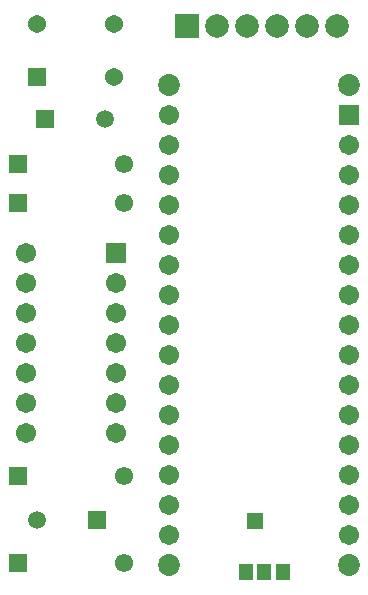
<source format=gbs>
G04*
G04 #@! TF.GenerationSoftware,Altium Limited,Altium Designer,21.9.1 (22)*
G04*
G04 Layer_Color=16711935*
%FSLAX25Y25*%
%MOIN*%
G70*
G04*
G04 #@! TF.SameCoordinates,04C95DCE-10AD-4B50-8E95-557A3389731F*
G04*
G04*
G04 #@! TF.FilePolarity,Negative*
G04*
G01*
G75*
%ADD15C,0.07887*%
%ADD16R,0.07887X0.07887*%
%ADD17C,0.05918*%
%ADD18R,0.05918X0.05918*%
%ADD19C,0.06063*%
%ADD20R,0.06063X0.06063*%
%ADD21C,0.06737*%
%ADD22R,0.06706X0.06706*%
%ADD23C,0.06706*%
%ADD24R,0.06737X0.06737*%
%ADD25C,0.07300*%
%ADD26R,0.06115X0.06115*%
%ADD27C,0.06115*%
%ADD42R,0.04737X0.05721*%
%ADD43R,0.05524X0.05524*%
D15*
X235500Y288000D02*
D03*
X225500D02*
D03*
X215500D02*
D03*
X195500D02*
D03*
X205500D02*
D03*
D16*
X185500D02*
D03*
D17*
X158453Y257000D02*
D03*
X135547Y123500D02*
D03*
D18*
X138453Y257000D02*
D03*
X155547Y123500D02*
D03*
D19*
X161295Y288858D02*
D03*
X135705D02*
D03*
X161295Y271142D02*
D03*
D20*
X135705D02*
D03*
D21*
X179500Y188500D02*
D03*
X239500Y248500D02*
D03*
Y238500D02*
D03*
Y228500D02*
D03*
Y218500D02*
D03*
Y208500D02*
D03*
Y198500D02*
D03*
Y188500D02*
D03*
Y178500D02*
D03*
Y168500D02*
D03*
Y158500D02*
D03*
Y148500D02*
D03*
Y138500D02*
D03*
Y128500D02*
D03*
Y118500D02*
D03*
X179500D02*
D03*
Y128500D02*
D03*
Y138500D02*
D03*
Y148500D02*
D03*
Y158500D02*
D03*
Y168500D02*
D03*
Y178500D02*
D03*
Y198500D02*
D03*
Y208500D02*
D03*
Y218500D02*
D03*
Y228500D02*
D03*
Y238500D02*
D03*
Y248500D02*
D03*
Y258500D02*
D03*
D22*
X162000Y212500D02*
D03*
D23*
Y202500D02*
D03*
Y192500D02*
D03*
Y182500D02*
D03*
Y172500D02*
D03*
Y162500D02*
D03*
Y152500D02*
D03*
X132000Y212500D02*
D03*
Y202500D02*
D03*
Y192500D02*
D03*
Y182500D02*
D03*
Y172500D02*
D03*
Y162500D02*
D03*
Y152500D02*
D03*
D24*
X239500Y258500D02*
D03*
D25*
Y108500D02*
D03*
X179500D02*
D03*
X239500Y268500D02*
D03*
X179500D02*
D03*
D26*
X129283Y138000D02*
D03*
Y109000D02*
D03*
Y229000D02*
D03*
Y242000D02*
D03*
D27*
X164717Y138000D02*
D03*
Y109000D02*
D03*
Y229000D02*
D03*
Y242000D02*
D03*
D42*
X211462Y106000D02*
D03*
X217761D02*
D03*
X205162D02*
D03*
D43*
X208312Y123000D02*
D03*
M02*

</source>
